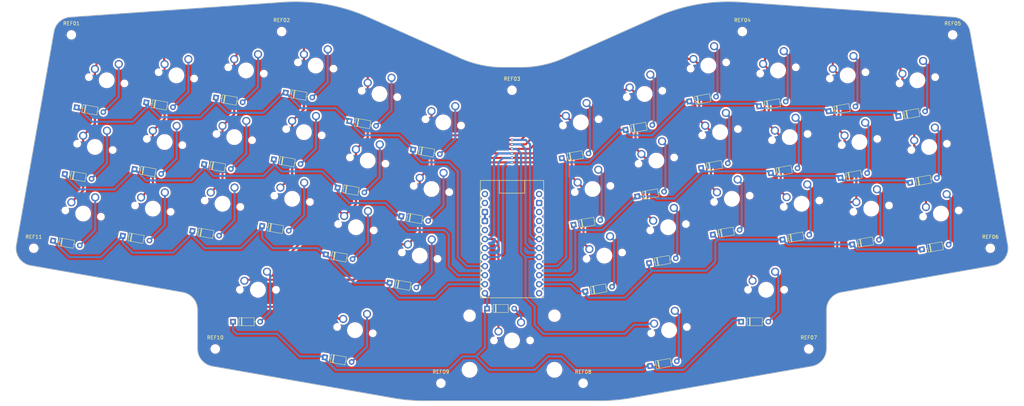
<source format=kicad_pcb>
(kicad_pcb (version 20221018) (generator pcbnew)
  (layers (0 "F.Cu" signal) (31 "B.Cu" signal) (34 "B.Paste" user) (35 "F.Paste" user) (36 "B.SilkS" user "B.Silkscreen") (37 "F.SilkS" user "F.Silkscreen") (38 "B.Mask" user) (39 "F.Mask" user) (44 "Edge.Cuts" user))
  (net 0 "")
  (net 1 "ROW3")
  (net 2 "Net-(D1-A)")
  (net 3 "Net-(D2-A)")
  (net 4 "Net-(D3-A)")
  (net 5 "Net-(D4-A)")
  (net 6 "Net-(D5-A)")
  (net 7 "Net-(D6-A)")
  (net 8 "ROW0")
  (net 9 "Net-(D7-A)")
  (net 10 "Net-(D8-A)")
  (net 11 "Net-(D9-A)")
  (net 12 "Net-(D10-A)")
  (net 13 "Net-(D11-A)")
  (net 14 "Net-(D12-A)")
  (net 15 "ROW4")
  (net 16 "Net-(D13-A)")
  (net 17 "Net-(D14-A)")
  (net 18 "Net-(D15-A)")
  (net 19 "Net-(D16-A)")
  (net 20 "Net-(D17-A)")
  (net 21 "Net-(D18-A)")
  (net 22 "ROW1")
  (net 23 "Net-(D19-A)")
  (net 24 "Net-(D20-A)")
  (net 25 "Net-(D21-A)")
  (net 26 "Net-(D22-A)")
  (net 27 "Net-(D23-A)")
  (net 28 "Net-(D24-A)")
  (net 29 "ROW5")
  (net 30 "Net-(D25-A)")
  (net 31 "Net-(D26-A)")
  (net 32 "Net-(D27-A)")
  (net 33 "Net-(D28-A)")
  (net 34 "Net-(D29-A)")
  (net 35 "Net-(D30-A)")
  (net 36 "ROW2")
  (net 37 "Net-(D31-A)")
  (net 38 "Net-(D32-A)")
  (net 39 "Net-(D33-A)")
  (net 40 "Net-(D34-A)")
  (net 41 "Net-(D35-A)")
  (net 42 "Net-(D36-A)")
  (net 43 "ROW6")
  (net 44 "Net-(D37-A)")
  (net 45 "Net-(D38-A)")
  (net 46 "Net-(D39-A)")
  (net 47 "Net-(D40-A)")
  (net 48 "Net-(D41-A)")
  (net 49 "COL0")
  (net 50 "COL1")
  (net 51 "COL2")
  (net 52 "COL3")
  (net 53 "COL4")
  (net 54 "COL5")
  (net 57 "GND")
  (net 62 "VCC")
  (footprint "MX_Solderable:MX-Solderable-1.5U" (layer "F.Cu") (at 251.163405 176.757094 10)
    (fp_text reference "MX40" hide)
    (fp_text value "MX")
  )
  (footprint "MX_Solderable:MX-Solderable-1U" (layer "F.Cu") (at 229.649969 137.02677 10)
    (fp_text reference "MX19" hide)
    (fp_text value "MX")
  )
  (footprint "Diode_THT:D_DO-35_SOD27_P7.62mm_Horizontal" (layer "F.Cu") (at 227.627147 165.866164 10)
    (fp_text reference "D31" hide)
    (fp_text value "1N4148" hide)
  )
  (footprint "MX_Solderable:MX-Solderable-1U" (layer "F.Cu") (at 327.587905 143.937515 10)
    (fp_text reference "MX36" hide)
    (fp_text value "MX")
  )
  (footprint "MX_Solderable:MX-Solderable-1U" (layer "F.Cu") (at 135.5725 165.382607)
    (fp_text reference "MX37" hide)
    (fp_text value "MX")
  )
  (footprint "MX_Solderable:MX-Solderable-1U" (layer "F.Cu") (at 187.678028 118.266182 -10)
    (fp_text reference "MX1" hide)
    (fp_text value "MX")
  )
  (footprint "MX_Solderable:MX-Solderable-1U" (layer "F.Cu") (at 169.74444 110.268037 -10)
    (fp_text reference "MX2" hide)
    (fp_text value "MX")
  )
  (footprint "Diode_THT:D_DO-35_SOD27_P7.62mm_Horizontal" (layer "F.Cu") (at 136.738368 147.4388 -10)
    (fp_text reference "D27" hide)
    (fp_text value "1N4148" hide)
  )
  (footprint "Diode_THT:D_DO-35_SOD27_P7.62mm_Horizontal" (layer "F.Cu") (at 157.979955 136.676357 -10)
    (fp_text reference "D14" hide)
    (fp_text value "1N4148" hide)
  )
  (footprint "Diode_THT:D_DO-35_SOD27_P7.62mm_Horizontal" (layer "F.Cu") (at 140.046366 128.678212 -10)
    (fp_text reference "D15" hide)
    (fp_text value "1N4148" hide)
  )
  (footprint "Diode_THT:D_DO-35_SOD27_P7.62mm_Horizontal" (layer "F.Cu") (at 260.186325 131.109287 10)
    (fp_text reference "D21" hide)
    (fp_text value "1N4148" hide)
  )
  (footprint "MX_Solderable:MX-Solderable-1U" (layer "F.Cu") (at 181.062033 155.787357 -10)
    (fp_text reference "MX25" hide)
    (fp_text value "MX")
  )
  (footprint "Diode_THT:D_DO-35_SOD27_P7.62mm_Horizontal" (layer "F.Cu") (at 271.4475 174.382607)
    (fp_text reference "D41" hide)
    (fp_text value "1N4148" hide)
  )
  (footprint "MX_Solderable:MX-Solderable-1U" (layer "F.Cu") (at 232.957967 155.787357 10)
    (fp_text reference "MX31" hide)
    (fp_text value "MX")
  )
  (footprint "MX_Solderable:MX-Solderable-1U" (layer "F.Cu") (at 112.635678 105.034191 -10)
    (fp_text reference "MX5" hide)
    (fp_text value "MX")
  )
  (footprint "MountingHole:MountingHole_2.2mm_M2" (layer "F.Cu") (at 290.4475 182.05026)
    (fp_text reference "REF07")
    (fp_text value "MountingHole_2.2mm_M2")
  )
  (footprint "Diode_THT:D_DO-35_SOD27_P7.62mm_Horizontal" (layer "F.Cu") (at 302.669497 152.634173 10)
    (fp_text reference "D35" hide)
    (fp_text value "1N4148" hide)
  )
  (footprint "Diode_THT:D_DO-35_SOD27_P7.62mm_Horizontal" (layer "F.Cu") (at 256.878327 112.348699 10)
    (fp_text reference "D9" hide)
    (fp_text value "1N4148" hide)
  )
  (footprint "MX_Solderable:MX-Solderable-1U" (layer "F.Cu") (at 281.796735 103.652042 10)
    (fp_text reference "MX10" hide)
    (fp_text value "MX")
  )
  (footprint "Diode_THT:D_DO-35_SOD27_P7.62mm_Horizontal" (layer "F.Cu") (at 238.944739 120.346844 10)
    (fp_text reference "D8" hide)
    (fp_text value "1N4148" hide)
  )
  (footprint "Diode_THT:D_DO-35_SOD27_P7.62mm_Horizontal" (layer "F.Cu") (at 245.832585 186.8359 10)
    (fp_text reference "D40" hide)
    (fp_text value "1N4148" hide)
  )
  (footprint "MX_Solderable:MX-Solderable-1U" (layer "F.Cu") (at 268.825144 139.791068 10)
    (fp_text reference "MX33" hide)
    (fp_text value "MX")
  )
  (footprint "PCM_marbastlib-xp-promicroish:ProMicro_USBup" (layer "F.Cu") (at 207.01 152.4)
    (fp_text reference "U1" hide)
    (fp_text value "ProMicro" hide)
  )
  (footprint "Diode_THT:D_DO-35_SOD27_P7.62mm_Horizontal" (layer "F.Cu") (at 318.949087 135.255734 10)
    (fp_text reference "D24" hide)
    (fp_text value "1N4148" hide)
  )
  (footprint "MX_Solderable:MX-Solderable-1U" (layer "F.Cu") (at 93.04809 106.41634 -10)
    (fp_text reference "MX6" hide)
    (fp_text value "MX")
  )
  (footprint "MX_Solderable:MX-Solderable-1U" (layer "F.Cu") (at 278.4475 165.382607)
    (fp_text reference "MX41" hide)
    (fp_text value "MX")
  )
  (footprint "Diode_THT:D_DO-35_SOD27_P7.62mm_Horizontal" (layer "F.Cu") (at 242.252737 139.107431 10)
    (fp_text reference "D20" hide)
    (fp_text value "1N4148" hide)
  )
  (footprint "MountingHole:MountingHole_2.2mm_M2" (layer "F.Cu") (at 83.123837 93.629227)
    (fp_text reference "REF01")
    (fp_text value "MountingHole_2.2mm_M2")
  )
  (footprint "Diode_THT:D_DO-35_SOD27_P7.62mm_Horizontal" (layer "F.Cu") (at 161.287952 117.915769 -10)
    (fp_text reference "D2" hide)
    (fp_text value "1N4148" hide)
  )
  (footprint "MountingHole:MountingHole_2.2mm_M2" (layer "F.Cu") (at 142.24 92.71)
    (fp_text reference "REF02")
    (fp_text value "MountingHole_2.2mm_M2")
  )
  (footprint "Diode_THT:D_DO-35_SOD27_P7.62mm_Horizontal" (layer "F.Cu") (at 97.563194 150.203098 -10)
    (fp_text reference "D29" hide)
    (fp_text value "1N4148" hide)
  )
  (footprint "Diode_THT:D_DO-35_SOD27_P7.62mm_Horizontal" (layer "F.Cu") (at 200.01 170.670107)
    (fp_text reference "D39" hide)
    (fp_text value "1N4148" hide)
  )
  (footprint "Diode_THT:D_DO-35_SOD27_P7.62mm_Horizontal" (layer "F.Cu") (at 322.257084 154.016322 10)
    (fp_text reference "D36" hide)
    (fp_text value "1N4148" hide)
  )
  (footprint "MX_Solderable:MX-Solderable-1U" (layer "F.Cu") (at 163.128445 147.789213 -10)
    (fp_text reference "MX26" hide)
    (fp_text value "MX")
  )
  (footprint "MX_Solderable:MX-Solderable-1U" (layer "F.Cu") (at 320.97191 106.41634 10)
    (fp_text reference "MX12" hide)
    (fp_text value "MX")
  )
  (footprint "Diode_THT:D_DO-35_SOD27_P7.62mm_Horizontal" (layer "F.Cu") (at 296.053502 115.112997 10)
    (fp_text reference "D11" hide)
    (fp_text value "1N4148" hide)
  )
  (footprint "MX_Solderable:MX-Solderable-1U" (layer "F.Cu") (at 109.32768 123.794779 -10)
    (fp_text reference "MX17" hide)
    (fp_text value "MX")
  )
  (footprint "MountingHole:MountingHole_2.2mm_M2" (layer "F.Cu") (at 207.01 109.22)
    (fp_text reference "REF03")
    (fp_text value "MountingHole_2.2mm_M2")
  )
  (footprint "MX_Solderable:MX-Solderable-1U" (layer "F.Cu") (at 148.502854 121.03048 -10)
    (fp_text reference "MX15" hide)
    (fp_text value "MX")
  )
  (footprint "MX_Solderable:MX-Solderable-1U" (layer "F.Cu") (at 285.104733 122.412629 10)
    (fp_text reference "MX22" hide)
    (fp_text value "MX")
  )
  (footprint "MX_Solderable:MX-Solderable-1U" (layer "F.Cu") (at 250.891555 147.789213 10)
    (fp_text reference "MX32" hide)
    (fp_text value "MX")
  )
  (footprint "Diode_THT:D_DO-35_SOD27_P7.62mm_Horizontal" (layer "F.Cu") (at 117.150781 148.820949 -10)
    (fp_text reference "D28" hide)
    (fp_text value "1N4148" hide)
  )
  (footprint "Diode_THT:D_DO-35_SOD27_P7.62mm_Horizontal" (layer "F.Cu") (at 279.773912 132.491436 10)
    (fp_text reference "D22" hide)
    (fp_text value "1N4148" hide)
  )
  (footprint "Diode_THT:D_DO-35_SOD27_P7.62mm_Horizontal" (layer "F.Cu") (at 143.354364 109.917625 -10)
    (fp_text reference "D3" hide)
    (fp_text value "1N4148" hide)
  )
  (footprint "Diode_THT:D_DO-35_SOD27_P7.62mm_Horizontal" (layer "F.Cu") (at 315.641089 116.495146 10)
    (fp_text reference "D12" hide)
    (fp_text value "1N4148" hide)
  )
  (footprint "MountingHole:MountingHole_2.2mm_M2" (layer "F.Cu") (at 187.01 191.705)
    (fp_text reference "REF09")
    (fp_text value "MountingHole_2.2mm_M2")
  )
  (footprint "Diode_THT:D_DO-35_SOD27_P7.62mm_Horizontal" (layer "F.Cu") (at 154.671957 155.436945 -10)
    (fp_text reference "D26" hide)
    (fp_text value "1N4148" hide)
  )
  (footprint "MountingHole:MountingHole_2.2mm_M2" (layer "F.Cu") (at 123.5725 182.05026)
    (fp_text reference "REF10")
    (fp_text value "MountingHole_2.2mm_M2")
  )
  (footprint "Diode_THT:D_DO-35_SOD27_P7.62mm_Horizontal" (layer "F.Cu") (at 172.605545 163.435089 -10)
    (fp_text reference "D25" hide)
    (fp_text value "1N4148" hide)
  )
  (footprint "MX_Solderable:MX-Solderable-2.25U" (layer "F.Cu") (at 207.01 179.670107)
    (fp_text reference "MX39" hide)
    (fp_text value "MX")
  )
  (footprint "MX_Solderable:MX-Solderable-1U" (layer "F.Cu") (at 89.740093 125.176928 -10)
    (fp_text reference "MX18" hide)
    (fp_text value "MX")
  )
  (footprint "Diode_THT:D_DO-35_SOD27_P7.62mm_Horizontal" (layer "F.Cu") (at 263.494323 149.869874 10)
    (fp_text reference "D33" hide)
    (fp_text value "1N4148" hide)
  )
  (footprint "MX_Solderable:MX-Solderable-1U" (layer "F.Cu") (at 247.583558 129.028625 10)
    (fp_text reference "MX20" hide)
    (fp_text value "MX")
  )
  (footprint "MX_Solderable:MX-Solderable-1U" (layer "F.Cu") (at 166.436442 129.028625 -10)
    (fp_text reference "MX14" hide)
    (fp_text value "MX")
  )
  (footprint "MX_Solderable:MX-Solderable-1U" (layer "F.Cu") (at 184.370031 137.02677 -10)
    (fp_text reference "MX13" hide)
    (fp_text value "MX")
  )
  (footprint "MX_Solderable:MX-Solderable-1U" (layer "F.Cu") (at 265.517146 121.03048 10)
    (fp_text reference "MX21" hide)
    (fp_text value "MX")
  )
  (footprint "Diode_THT:D_DO-35_SOD27_P7.62mm_Horizontal" (layer "F.Cu") (at 104.17919 112.681923 -10)
    (fp_text reference "D5" hide)
    (fp_text value "1N4148" hide)
  )
  (footprint "Diode_THT:D_DO-35_SOD27_P7.62mm_Horizontal" (layer "F.Cu") (at 81.283605 132.82466 -10)
    (fp_text reference "D18" hide)
    (fp_text value "1N4148" hide)
  )
  (footprint "MX_Solderable:MX-Solderable-1U" (layer "F.Cu") (at 86.432095 143.937515 -10)
    (fp_text reference "MX30" hide)
    (fp_text value "MX")
  )
  (footprint "MX_Solderable:MX-Solderable-1U" (layer "F.Cu") (at 262.209148 102.269892 10)
    (fp_text reference "MX9" hide)
    (fp_text value "MX")
  )
  (footprint "Diode_THT:D_DO-35_SOD27_P7.62mm_Horizontal" (layer "F.Cu") (at 120.458779 130.060361 -10)
    (fp_text reference "D16" hide)
    (fp_text value "1N4148" hide)
  )
  (footprint "MountingHole:MountingHole_2.2mm_M2" (layer "F.Cu") (at 271.78 92.71)
    (fp_text reference "REF04")
    (fp_text value "MountingHole_2.2mm_M2")
  )
  (footprint "Diode_THT:D_DO-35_SOD27_P7.62mm_Horizontal" (layer "F.Cu") (at 224.319149 147.105576 10)
    (fp_text reference "D19" hide)
    (fp_text value "1N4148" hide)
  )
  (footprint "MX_Solderable:MX-Solderable-1U" (layer "F.Cu") (at 308.000318 142.555366 10)
    (fp_text reference "MX35" hide)
    (fp_text value "MX")
  )
  (footprint "Diode_THT:D_DO-35_SOD27_P7.62mm_Horizontal" (layer "F.Cu") (at 84.591603 114.064072 -10)
    (fp_text reference "D6" hide)
    (fp_text value "1N4148" hide)
  )
  (footprint "Diode_THT:D_DO-35_SOD27_P7.62mm_Horizontal" (layer "F.Cu") (at 245.560735 157.868019 10)
    (fp_text reference "D32" hide)
    (fp_text value "1N4148" hide)
  )
  (footprint "MountingHole:MountingHole_2.2mm_M2" (layer "F.Cu") (at 341.489376 153.706323)
    (fp_text reference "REF06")
    (fp_text value "MountingHole_2.2mm_M2")
  )
  (footprint "Diode_THT:D_DO-35_SOD27_P7.62mm_Horizontal" (layer "F.Cu") (at 123.766777 111.299774 -10)
    (fp_text reference "D4" hide)
    (fp_text value "1N4148" hide)
  )
  (footprint "MX_Solderable:MX-Solderable-1U" (layer "F.Cu") (at 324.279907 125.176928 10)
    (fp_text reference "MX24" hide)
    (fp_text value "MX")
  )
  (footprint "Diode_THT:D_DO-35_SOD27_P7.62mm_Horizontal" (layer "F.Cu") (at 100.871192 131.442511 -10)
    (fp_text reference "D17" hide)
    (fp_text value "1N4148" hide)
  )
  (footprint "Diode_THT:D_DO-35_SOD27_P7.62mm_Horizontal" (layer "F.Cu") (at 221.011151 128.344988 10)
    (fp_text reference "D7" hide)
    (fp_text value "1N4148" hide)
  )
  (footprint "MX_Solderable:MX-Solderable-1U" (layer "F.Cu") (at 132.223265 103.652042 -10)
    (fp_text reference "MX4" hide)
    (fp_text value "MX")
  )
  (footprint "Diode_THT:D_DO-35_SOD27_P7.62mm_Horizontal" (layer "F.Cu") (at 128.5725 174.382607)
    (fp_text reference "D37" hide)
    (fp_text value "1N4148" hide)
  )
  (footprint "Diode_THT:D_DO-35_SOD27_P7.62mm_Horizontal" (layer "F.Cu") (at 154.400107 184.404826 -10)
    (fp_text reference "D38" hide)
    (fp_text value "1N4148" hide)
  )
  (footprint "Diode_THT:D_DO-35_SOD27_P7.62mm_Horizontal" (layer "F.Cu") (at 276.465915 113.730848 10)
    (fp_text reference "D10" hide)
    (fp_text value "1N4148" hide)
  )
  (footprint "MX_Solderable:MX-Solderable-1U" (layer "F.Cu") (at 162.856595 176.757094 -10)
    (fp_text reference "MX38" hide)
    (fp_text value "MX")
  )
  (footprint "Diode_THT:D_DO-35_SOD27_P7.62mm_Horizontal" (layer "F.Cu") (at 299.3615 133.873585 10)
    (fp_text reference "D23" hide)
    (fp_text value "1N4148" hide)
  )
  (footprint "MX_Solderable:MX-Solderable-1U" (layer "F.Cu") (at 304.69232 123.794778 10)
    (fp_text reference "MX23" hide)
    (fp_text value "MX")
  )
  (footprint "MountingHole:MountingHole_2.2mm_M2" (layer "F.Cu") (at 227.01 191.705)
    (fp_text reference "REF08")
    (fp_text value "MountingHole_2.2mm_M2")
  )
  (footprint "MX_Solderable:MX-Solderable-1U" (layer "F.Cu") (at 244.27556 110.268037 10)
    (fp_text reference "MX8" hide)
    (fp_text value "MX")
  )
  (footprint "Diode_THT:D_DO-35_SOD27_P7.62mm_Horizontal" (layer "F.Cu") (at 175.913543 144.674502 -10)
    (fp_text reference "D13" hide)
    (fp_text value "1N4148" hide)
  )
  (footprint "MX_Solderable:MX-Solderable-1U" (layer "F.Cu") (at 288.412731 141.173217 10)
    (fp_text reference "MX34" hide)
    (fp_text value "MX")
  )
  (footprint "Diode_THT:D_DO-35_SOD27_P7.62mm_Horizontal" (layer "F.Cu") (at 283.08191 151.252024 10)
    (fp_text reference "D34" hide)
    (fp_text value "1N4148" hide)
  )
  (footprint "MX_Solderable:MX-Solderable-1U" (layer "F.Cu") (at 125.607269 141.173217 -10)
    (fp_text reference "MX28" hide)
    (fp_text value "MX")
  )
  (footprint "MX_Solderable:MX-Solderable-1U" (layer "F.Cu") (at 106.019682 142.555366 -10)
    (fp_text reference "MX29" hide)
    (fp_text value "MX")
  )
  (footprint "MountingHole:MountingHole_2.2mm_M2" (layer "F.Cu") (at 72.530624 153.706323)
    (fp_text reference "REF11")
    (fp_text value "MountingHole_2.2mm_M2")
  )
  (footprint "MX_Solderable:MX-Solderable-1U" (layer "F.Cu") (at 128.915267 122.412629 -10)
    (fp_text reference "MX16" hide)
    (fp_text value "MX")
  )
  (footprint "MX_Solderable:MX-Solderable-1U" (layer "F.Cu") (at 226.341972 118.266182 10)
    (fp_text reference "MX7" hide)
    (fp_text value "MX")
  )
  (footprint "Diode_THT:D_DO-35_SOD27_P7.62mm_Horizontal" (layer "F.Cu") (at 77.975607 151.585247 -10)
    (fp_text reference "D30" hide)
    (fp_text value "1N4148" hide)
  )
  (footprint "MX_Solderable:MX-Solderable-1U" (layer "F.Cu") (at 301.384322 105.034191 10)
    (fp_text reference "MX11" hide)
    (fp_text value "MX")
  )
  (footprint "MountingHole:MountingHole_2.2mm_M2" (layer "F.Cu") (at 330.896163 93.629227)
    (fp_text reference "REF05")
    (fp_text value "MountingHole_2.2mm_M2")
  )
  (footprint "MX_Solderable:MX-Solderable-1U" (layer "F.Cu") (at 145.194856 139.791068 -10)
    (fp_text reference "MX27" hide)
    (fp_text value "MX")
  )
  (footprint "MX_Solderable:MX-Solderable-1U" (layer "F.Cu") (at 151.810852 102.269893 -10)
    (fp_text reference "MX3" hide)
    (fp_text value "MX")
  )
  (footprint "Diode_THT:D_DO-35_SOD27_P7.62mm_Horizontal" (layer "F.Cu") (at 179.221541 125.913914 -10)
    (fp_text reference "D1" hide)
    (fp_text value "1N4148" hide)
  )
  (gr_arc (start 182.264243 196.670107) (mid 177.906456 196.479842) (end 173.581835 195.910495) (stroke (width 0.2)) (layer "Edge.Cuts"))
  (gr_arc (start 142.651201 84.381502) (mid 154.852985 85.0171) (end 166.536298 88.593089) (stroke (width 0.2)) (layer "Edge.Cuts"))
  (gr_line (start 295.4475 171.062486) (end 295.4475 182.015367) (stroke (width 0.2)) (layer "Edge.Cuts"))
  (gr_line (start 78.199798 92.726093) (end 67.606585 152.803189) (stroke (width 0.2)) (layer "Edge.Cuts"))
  (gr_arc (start 346.413415 152.803189) (mid 345.585125 156.539292) (end 342.357617 158.595468) (stroke (width 0.2)) (layer "Edge.Cuts"))
  (gr_line (start 166.536298 88.593089) (end 192.434915 100.143532) (stroke (width 0.2)) (layer "Edge.Cuts"))
  (gr_arc (start 247.483702 88.593089) (mid 259.167015 85.0171) (end 271.368799 84.381502) (stroke (width 0.2)) (layer "Edge.Cuts"))
  (gr_arc (start 295.4475 171.062486) (mid 296.617286 167.84856) (end 299.579259 166.138447) (stroke (width 0.2)) (layer "Edge.Cuts"))
  (gr_arc (start 71.662383 158.595468) (mid 68.434863 156.539312) (end 67.606585 152.803189) (stroke (width 0.2)) (layer "Edge.Cuts"))
  (gr_line (start 118.5725 171.062486) (end 118.5725 182.015367) (stroke (width 0.2)) (layer "Edge.Cuts"))
  (gr_line (start 204.654348 102.744892) (end 209.365652 102.744892) (stroke (width 0.2)) (layer "Edge.Cuts"))
  (gr_arc (start 78.199798 92.726093) (mid 79.777009 89.879668) (end 82.771899 88.606735) (stroke (width 0.2)) (layer "Edge.Cuts"))
  (gr_line (start 71.662383 158.595468) (end 114.440741 166.138447) (stroke (width 0.2)) (layer "Edge.Cuts"))
  (gr_line (start 331.248101 88.606735) (end 271.368799 84.381502) (stroke (width 0.2)) (layer "Edge.Cuts"))
  (gr_line (start 335.820202 92.726093) (end 346.413415 152.803189) (stroke (width 0.2)) (layer "Edge.Cuts"))
  (gr_line (start 291.315741 186.939405) (end 240.438165 195.910495) (stroke (width 0.2)) (layer "Edge.Cuts"))
  (gr_line (start 182.264243 196.670107) (end 231.755757 196.670107) (stroke (width 0.2)) (layer "Edge.Cuts"))
  (gr_arc (start 240.438165 195.910495) (mid 236.113544 196.479838) (end 231.755757 196.670107) (stroke (width 0.2)) (layer "Edge.Cuts"))
  (gr_line (start 122.704259 186.939405) (end 173.581835 195.910495) (stroke (width 0.2)) (layer "Edge.Cuts"))
  (gr_line (start 82.771899 88.606735) (end 142.651201 84.381502) (stroke (width 0.2)) (layer "Edge.Cuts"))
  (gr_arc (start 295.4475 182.015367) (mid 294.277737 185.229327) (end 291.315741 186.939405) (stroke (width 0.2)) (layer "Edge.Cuts"))
  (gr_arc (start 122.704259 186.939405) (mid 119.742278 185.229305) (end 118.5725 182.015367) (stroke (width 0.2)) (layer "Edge.Cuts"))
  (gr_arc (start 114.440741 166.138447) (mid 117.402722 167.848548) (end 118.5725 171.062486) (stroke (width 0.2)) (layer "Edge.Cuts"))
  (gr_arc (start 221.585085 100.143532) (mid 215.612284 102.087347) (end 209.365652 102.744892) (stroke (width 0.2)) (layer "Edge.Cuts"))
  (gr_line (start 247.483702 88.593089) (end 221.585085 100.143532) (stroke (width 0.2)) (layer "Edge.Cuts"))
  (gr_line (start 342.357617 158.595468) (end 299.579259 166.138447) (stroke (width 0.2)) (layer "Edge.Cuts"))
  (gr_arc (start 331.248101 88.606735) (mid 334.243003 89.879658) (end 335.820202 92.726093) (stroke (width 0.2)) (layer "Edge.Cuts"))
  (gr_arc (start 204.654348 102.744892) (mid 198.407717 102.087346) (end 192.434915 100.143532) (stroke (width 0.2)) (layer "Edge.Cuts"))
  (segment (start 237.793156 120.346844) (end 238.944739 120.346844) (width 0.6) (layer "B.Cu") (net 1))
  (segment (start 214.63 158.75) (end 219.71 158.75) (width 0.6) (layer "B.Cu") (net 1))
  (segment (start 314.96 115.57) (end 296.510505 115.57) (width 0.6) (layer "B.Cu") (net 1))
  (segment (start 295.452997 115.112997) (end 294.64 114.3) (width 0.6) (layer "B.Cu") (net 1))
  (segment (start 296.510505 115.57) (end 296.053502 115.112997) (width 0.6) (layer "B.Cu") (net 1))
  (segment (start 255.951301 112.348699) (end 256.878327 112.348699) (width 0.6) (layer "B.Cu") (net 1))
  (segment (start 277.035067 114.3) (end 276.465915 113.730848) (width 0.6) (layer "B.Cu") (net 1))
  (segment (start 275.765067 113.03) (end 257.559628 113.03) (width 0.6) (layer "B.Cu") (net 1))
  (segment (start 296.053502 115.112997) (end 295.452997 115.112997) (width 0.6) (layer "B.Cu") (net 1))
  (segment (start 221.054988 128.344988) (end 222.25 129.54) (width 0.6) (layer "B.Cu") (net 1))
  (segment (start 246.38 121.92) (end 255.951301 112.348699) (width 0.6) (layer "B.Cu") (net 1))
  (segment (start 240.03 121.92) (end 246.38 121.92) (width 0.6) (layer "B.Cu") (net 1))
  (segment (start 222.25 156.21) (end 222.25 129.54) (width 0.6) (layer "B.Cu") (net 1))
  (segment (start 257.559628 113.03) (end 256.878327 112.348699) (width 0.6) (layer "B.Cu") (net 1))
  (segment (start 315.641089 116.251089) (end 314.96 115.57) (width 0.6) (layer "B.Cu") (net 1))
  (segment (start 294.64 114.3) (end 277.035067 114.3) (width 0.6) (layer "B.Cu") (net 1))
  (segment (start 276.465915 113.730848) (end 275.765067 113.03) (width 0.6) (layer "B.Cu") (net 1))
  (segment (start 238.944739 120.834739) (end 240.03 121.92) (width 0.6) (layer "B.Cu") (net 1))
  (segment (start 228.6 129.54) (end 237.793156 120.346844) (width 0.6) (layer "B.Cu") (net 1))
  (segment (start 222.25 129.54) (end 228.6 129.54) (width 0.6) (layer "B.Cu") (net 1))
  (segment (start 219.71 158.75) (end 222.25 156.21) (width 0.6) (layer "B.Cu") (net 1))
  (segment (start 186.725776 127.237113) (end 191.061572 122.901317) (width 0.6) (layer "B.Cu") (net 2))
  (segment (start 191.061572 122.901317) (end 191.061572 113.704425) (width 0.6) (layer "B.Cu") (net 2))
  (segment (start 168.792187 119.238968) (end 173.127984 114.903171) (width 0.6) (layer "B.Cu") (net 3))
  (segment (start 173.127984 114.903171) (end 173.127984 105.70628) (width 0.6) (layer "B.Cu") (net 3))
  (segment (start 150.858599 111.240824) (end 155.194396 106.905027) (width 0.6) (layer "B.Cu") (net 4))
  (segment (start 155.194396 106.905027) (end 155.194396 97.708136) (width 0.6) (layer "B.Cu") (net 4))
  (segment (start 131.271012 112.622973) (end 135.606809 108.287176) (width 0.6) (layer "B.Cu") (net 5))
  (segment (start 135.606809 108.287176) (end 135.606809 99.090285) (width 0.6) (layer "B.Cu") (net 5))
  (segment (start 116.019222 100.472434) (end 116.019222 109.669325) (width 0.6) (layer "B.Cu") (net 6))
  (segment (start 116.019222 109.669325) (end 111.683425 114.005122) (width 0.6) (layer "B.Cu") (net 6))
  (segment (start 96.431634 101.854583) (end 96.431634 111.051475) (width 0.6) (layer "B.Cu") (net 7))
  (segment (start 96.431634 111.051475) (end 92.095838 115.387271) (width 0.6) (layer "B.Cu") (net 7))
  (segment (start 175.26 121.92) (end 165.1 121.92) (width 0.6) (layer "B.Cu") (net 8))
  (segment (start 119.38 116.84) (end 107.95 116.84) (width 0.6) (layer "B.Cu") (net 8))
  (segment (start 142.812375 109.917625) (end 143.354364 109.917625) (width 0.6) (layer "B.Cu") (net 8))
  (segment (start 123.766777 111.299774) (end 123.766777 112.336777) (width 0.6) (layer "B.Cu") (net 8))
  (segment (start 147.736739 114.3) (end 157.48 114.3) (width 0.6) (layer "B.Cu") (net 8))
  (segment (start 104.17919 112.681923) (end 104.17919 114.26081) (width 0.6) (layer "B.Cu") (net 8))
  (segment (start 107.95 116.84) (end 104.17919 113.06919) (width 0.6) (layer "B.Cu") (net 8))
  (segment (start 123.766777 112.336777) (end 123.766777 112.453223) (width 0.6) (layer "B.Cu") (net 8))
  (segment (start 137.16 115.57) (end 142.812375 109.917625) (width 0.6) (layer "B.Cu") (net 8))
  (segment (start 127 115.57) (end 137.16 115.57) (width 0.6) (layer "B.Cu") (net 8))
  (segment (start 165.1 121.92) (end 161.287952 118.107952) (width 0.6) (layer "B.Cu") (net 8))
  (segment (start 179.221541 126.848459) (end 179.221541 125.913914) (width 0.6) (layer "B.Cu") (net 8))
  (segment (start 147.736739 114.3) (end 143.354364 109.917625) (width 0.6) (layer "B.Cu") (net 8))
  (segment (start 123.766777 112.336777) (end 127 115.57) (width 0.6) (layer "B.Cu") (net 8))
  (segment (start 100.33 118.11) (end 88.9 118.11) (width 0.6) (layer "B.Cu") (net 8))
  (segment (start 191.77 156.21) (end 191.77 132.08) (width 0.6) (layer "B.Cu") (net 8))
  (segment (start 104.17919 114.26081) (end 100.33 118.11) (width 0.6) (layer "B.Cu") (net 8))
  (segment (start 179.07 127) (end 179.221541 126.848459) (width 0.6) (layer "B.Cu") (net 8))
  (segment (start 123.766777 112.453223) (end 119.38 116.84) (width 0.6) (layer "B.Cu") (net 8))
  (segment (start 194.31 158.75) (end 191.77 156.21) (width 0.6) (layer "B.Cu") (net 8))
  (segment (start 88.9 118.11) (end 84.854072 114.064072) (width 0.6) (layer "B.Cu") (net 8))
  (segment (start 191.77 132.08) (end 189.23 129.54) (width 0.6) (layer "B.Cu") (net 8))
  (segment (start 199.39 158.75) (end 194.31 158.75) (width 0.6) (layer "B.Cu") (net 8))
  (segment (start 161.095769 117.915769) (end 157.48 114.3) (width 0.6) (layer "B.Cu") (net 8))
  (segment (start 181.61 129.54) (end 179.07 127) (width 0.6) (layer "B.Cu") (net 8))
  (segment (start 189.23 129.54) (end 181.61 129.54) (width 0.6) (layer "B.Cu") (net 8))
  (segment (start 179.221541 125.881541) (end 175.26 121.92) (width 0.6) (layer "B.Cu") (net 8))
  (segment (start 227.961251 112.822292) (end 228.891972 113.753013) (width 0.6) (layer "B.Cu") (net 9))
  (segment (start 228.891972 126.645203) (end 228.515386 127.021789) (width 0.6) (layer "B.Cu") (net 9))
  (segment (start 228.891972 113.753013) (end 228.891972 126.645203) (width 0.6) (layer "B.Cu") (net 9))
  (segment (start 245.894839 104.824147) (end 246.82556 105.754868) (width 0.6) (layer "B.Cu") (net 10))
  (segment (start 246.82556 118.647059) (end 246.448974 119.023645) (width 0.6) (layer "B.Cu") (net 10))
  (segment (start 246.82556 105.754868) (end 246.82556 118.647059) (width 0.6) (layer "B.Cu") (net 10))
  (segment (start 264.759148 97.756723) (end 264.759148 110.648914) (width 0.6) (layer "B.Cu") (net 11))
  (segment (start 263.828427 96.826002) (end 264.759148 97.756723) (width 0.6) (layer "B.Cu") (net 11))
  (segment (start 264.759148 110.648914) (end 264.382562 111.0255) (width 0.6) (layer "B.Cu") (net 11))
  (segment (start 284.532279 99.324417) (end 284.532279 111.84552) (width 0.6) (layer "B.Cu") (net 12))
  (segment (start 283.416014 98.208152) (end 284.532279 99.324417) (width 0.6) (layer "B.Cu") (net 12))
  (segment (start 284.532279 111.84552) (end 283.97015 112.407649) (width 0.6) (layer "B.Cu") (net 12))
  (segment (start 304.119866 100.706566) (end 304.119866 113.227669) (width 0.6) (layer "B.Cu") (net 13))
  (segment (start 304.119866 113.227669) (end 303.557737 113.789798) (width 0.6) (layer "B.Cu") (net 13))
  (segment (start 303.003601 99.590301) (end 304.119866 100.706566) (width 0.6) (layer "B.Cu") (net 13))
  (segment (start 323.707453 102.088714) (end 322.591189 100.97245) (width 0.6) (layer "B.Cu") (net 14))
  (segment (start 323.707453 114.609818) (end 323.707453 102.088714) (width 0.6) (layer "B.Cu") (net 14))
  (segment (start 323.145324 115.171947) (end 323.707453 114.609818) (width 0.6) (layer "B.Cu") (net 14))
  (segment (start 298.973585 133.873585) (end 298.45 133.35) (width 0.6) (layer "B.Cu") (net 15))
  (segment (start 317.5 134.62) (end 300.107915 134.62) (width 0.6) (layer "B.Cu") (net 15))
  (segment (start 279.4 132.08) (end 260.186325 132.08) (width 0.6) (layer "B.Cu") (net 15))
  (segment (start 247.057431 139.107431) (end 247.65 139.7) (width 0.6) (layer "B.Cu") (net 15))
  (segment (start 224.79 160.02) (end 224.79 148.59) (width 0.6) (layer "B.Cu") (net 15))
  (segment (start 280.632476 133.35) (end 279.773912 132.491436) (width 0.6) (layer "B.Cu") (net 15))
  (segment (start 242.252737 139.107431) (end 247.057431 139.107431) (width 0.6) (layer "B.Cu") (net 15))
  (segment (start 252.73 139.7) (end 260.186325 132.243675) (width 0.6) (layer "B.Cu") (net 15))
  (segment (start 318.135734 135.255734) (end 317.5 134.62) (width 0.6) (layer "B.Cu") (net 15))
  (segment (start 298.45 133.35) (end 280.632476 133.35) (width 0.6) (layer "B.Cu") (net 15))
  (segment (start 224.79 148.59) (end 232.41 148.59) (width 0.6) (layer "B.Cu") (net 15))
  (segment (start 247.65 139.7) (end 252.73 139.7) (width 0.6) (layer "B.Cu") (net 15))
  (segment (start 318.949087 135.255734) (end 318.135734 135.255734) (width 0.6) (layer "B.Cu") (net 15))
  (segment (start 260.186325 132.08) (end 260.186325 131.109287) (width 0.6) (layer "B.Cu") (net 15))
  (segment (start 214.63 161.29) (end 223.52 161.29) (width 0.6) (layer "B.Cu") (net 15))
  (segment (start 232.41 148.59) (end 241.892569 139.107431) (width 0.6) (layer "B.Cu") (net 15))
  (segment (start 300.107915 134.62) (end 299.3615 133.873585) (width 0.6) (layer "B.Cu") (net 15))
  (segment (start 224.319149 148.119149) (end 224.79 148.59) (width 0.6) (layer "B.Cu") (net 15))
  (segment (start 260.186325 132.243675) (end 260.186325 132.08) (width 0.6) (layer "B.Cu") (net 15))
  (segment (start 224.319149 147.105576) (end 224.319149 148.119149) (width 0.6) (layer "B.Cu") (net 15))
  (segment (start 223.52 161.29) (end 224.79 160.02) (width 0.6) (layer "B.Cu") (net 15))
  (segment (start 187.753575 141.661904) (end 187.753575 132.465013) (width 0.6) (layer "B.Cu") (net 16))
  (segment (start 183.417778 145.997701) (end 187.753575 141.661904) (width 0.6) (layer "B.Cu") (net 16))
  (segment (start 165.48419 137.999556) (end 169.819986 133.66376) (width 0.6) (layer "B.Cu") (net 17))
  (segment (start 169.819986 133.66376) (end 169.819986 124.466868) (width 0.6) (layer "B.Cu") (net 17))
  (segment (start 147.550601 130.001411) (end 151.886398 125.665614) (width 0.6) (layer "B.Cu") (net 18))
  (segment (start 151.886398 125.665614) (end 151.886398 116.468723) (width 0.6) (layer "B.Cu") (net 18))
  (segment (start 132.298811 127.047763) (end 132.298811 117.850872) (width 0.6) (layer "B.Cu") (net 19))
  (segment (start 127.963014 131.38356) (end 132.298811 127.047763) (width 0.6) (layer "B.Cu") (net 19))
  (segment (start 112.711224 119.233022) (end 112.711224 128.429913) (width 0.6) (layer "B.Cu") (net 20))
  (segment (start 112.711224 128.429913) (end 108.375427 132.76571) (width 0.6) (layer "B.Cu") (net 20))
  (segment (start 93.123637 120.615171) (end 93.123637 129.812062) (width 0.6) (layer "B.Cu") (net 21))
  (segment (start 93.123637 129.812062) (end 88.78784 134.147859) (width 0.6) (layer "B.Cu") (net 21))
  (segment (start 120.458779 131.001221) (end 116.84 134.62) (width 0.6) (layer "B.Cu") (net 22))
  (segment (start 153.67 132.08) (end 142.24 132.08) (width 0.6) (layer "B.Cu") (net 22))
  (segment (start 175.913543 144.674502) (end 175.154502 144.674502) (width 0.6) (layer "B.Cu") (net 22))
  (segment (start 157.48 136.176402) (end 157.48 135.89) (width 0.6) (layer "B.Cu") (net 22))
  (segment (start 191.77 161.29) (end 189.23 158.75) (width 0.6) (layer "B.Cu") (net 22))
  (segment (start 95.25 137.16) (end 85.09 137.16) (width 0.6) (layer "B.Cu") (net 22))
  (segment (start 175.154502 144.674502) (end 171.45 140.97) (width 0.6) (layer "B.Cu") (net 22))
  (segment (start 140.046366 128.678212) (end 140.046366 129.886366) (width 0.6) (layer "B.Cu") (net 22))
  (segment (start 140.046366 129.886366) (end 140.046366 130.463634) (width 0.6) (layer "B.Cu") (net 22))
  (segment (start 161.29 140.97) (end 157.979955 137.659955) (width 0.6) (layer "B.Cu") (net 22))
  (segment (start 199.39 161.29) (end 191.77 161.29) (width 0.6) (layer "B.Cu") (net 22))
  (segment (start 175.913543 146.703543) (end 175.913543 144.674502) (width 0.6) (layer "B.Cu") (net 22))
  (segment (start 171.45 140.97) (end 161.29 140.97) (width 0.6) (layer "B.Cu") (net 22))
  (segment (start 85.09 137.16) (end 81.283605 133.353605) (width 0.6) (layer "B.Cu") (net 22))
  (segment (start 116.84 134.62) (end 104.14 134.62) (width 0.6) (layer "B.Cu") (net 22))
  (segment (start 157.979955 136.676357) (end 157.48 136.176402) (width 0.6) (layer "B.Cu") (net 22))
  (segment (start 142.24 132.08) (end 140.046366 129.886366) (width 0.6) (layer "B.Cu") (net 22))
  (segment (start 123.19 133.35) (end 120.458779 130.618779) (width 0.6) (layer "B.Cu") (net 22))
  (segment (start 104.14 134.62) (end 100.962511 131.442511) (width 0.6) (layer "B.Cu") (net 22))
  (segment (start 157.979955 137.659955) (end 157.979955 136.676357) (width 0.6) (layer "B.Cu") (net 22))
  (segment (start 81.283605 133.353605) (end 81.283605 132.82466) (width 0.6) (layer "B.Cu") (net 22))
  (segment (start 189.23 149.86) (end 187.96 148.59) (width 0.6) (layer "B.Cu") (net 22))
  (segment (start 140.046366 130.463634) (end 137.16 133.35) (width 0.6) (layer "B.Cu") (net 22))
  (segment (start 100.871192 131.538808) (end 95.25 137.16) (width 0.6) (layer "B.Cu") (net 22))
  (segment (start 157.48 135.89) (end 153.67 132.08) (width 0.6) (layer "B.Cu") (net 22))
  (segment (start 120.458779 130.060361) (end 120.458779 131.001221) (width 0.6) (layer "B.Cu") (net 22))
  (segment (start 137.16 133.35) (end 123.19 133.35) (width 0.6) (layer "B.Cu") (net 22))
  (segment (start 177.8 148.59) (end 175.913543 146.703543) (width 0.6) (layer "B.Cu") (net 22))
  (segment (start 120.458779 130.618779) (end 120.458779 130.060361) (width 0.6) (layer "B.Cu") (net 22))
  (segment (start 189.23 158.75) (end 189.23 149.86) (width 0.6) (layer "B.Cu") (net 22))
  (segment (start 187.96 148.59) (end 177.8 148.59) (width 0.6) (layer "B.Cu") (net 22))
  (segment (start 232.199969 145.405792) (end 231.823384 145.782377) (width 0.6) (layer "B.Cu") (net 23))
  (segment (start 232.199969 132.513601) (end 232.199969 145.405792) (width 0.6) (layer "B.Cu") (net 23))
  (segment (start 231.269248 131.58288) (end 232.199969 132.513601) (width 0.6) (layer "B.Cu") (net 23))
  (segment (start 250.133558 124.515456) (end 250.133558 137.407646) (width 0.6) (layer "B.Cu") (net 24))
  (segment (start 250.133558 137.407646) (end 249.756972 137.784232) (width 0.6) (layer "B.Cu") (net 24))
  (segment (start 249.202837 123.584735) (end 250.133558 124.515456) (width 0.6) (layer "B.Cu") (net 24))
  (segment (start 267.136425 115.58659) (end 268.067146 116.517311) (width 0.6) (layer "B.Cu") (net 25))
  (segment (start 268.067146 116.517311) (end 268.067146 129.409502) (width 0.6) (layer "B.Cu") (net 25))
  (segment (start 268.067146 129.409502) (end 267.69056 129.786088) (width 0.6) (layer "B.Cu") (net 25))
  (segment (start 286.724012 116.968739) (end 287.654733 117.89946) (width 0.6) (layer "B.Cu") (net 26))
  (segment (start 287.654733 130.791651) (end 287.278147 131.168237) (width 0.6) (layer "B.Cu") (net 26))
  (segment (start 287.654733 117.89946) (end 287.654733 130.791651) (width 0.6) (layer "B.Cu") (net 26))
  (segment (start 306.311599 118.350888) (end 307.24232 119.281609) (width 0.6) (layer "B.Cu") (net 27))
  (segment (start 307.24232 119.281609) (end 307.24232 132.173801) (width 0.6) (layer "B.Cu") (net 27))
  (segment (start 307.24232 132.173801) (end 306.865735 132.550386) (width 0.6) (layer "B.Cu") (net 27))
  (segment (start 327.015451 133.370406) (end 327.015451 120.849303) (width 0.6) (layer "B.Cu") (net 28))
  (segment (start 326.453322 133.932535) (end 327.015451 133.370406) (width 0.6) (layer "B.Cu") (net 28))
  (segment (start 327.015451 120.849303) (end 325.899186 119.733038) (width 0.6) (layer "B.Cu") (net 28))
  (segment (start 261.62 160.02) (end 264.16 157.48) (width 0.6) (layer "B.Cu") (net 29))
  (segment (start 264.876473 151.252024) (end 263.494323 149.869874) (width 0.6) (layer "B.Cu") (net 29))
  (segment (start 302.669497 152.634173) (end 284.464059 152.634173) (width 0.6) (layer "B.Cu") (net 29))
  (segment (start 304.051646 154.016322) (end 302.669497 152.634173) (width 0.6) (layer "B.Cu") (net 29))
  (segment (start 264.16 157.48) (end 264.16 151.968497) (width 0.6) (layer "B.Cu") (net 29))
  (segment (start 322.257084 154.016322) (end 304.051646 154.016322) (width 0.6) (layer "B.Cu") (net 29))
  (segment (start 223.52 163.83) (end 214.63 163.83) (width 0.6) (layer "B.Cu") (net 29))
  (segment (start 227.627147 166.667147) (end 228.6 167.64) (width 0.6) (layer "B.Cu") (net 29))
  (segment (start 225.556164 165.866164) (end 223.52 163.83) (width 0.6) (layer "B.Cu") (net 29))
  (segment (start 264.16 151.968497) (end 264.876473 151.252024) (width 0.6) (layer "B.Cu") (net 29))
  (segment (start 283.08191 151.252024) (end 264.876473 151.252024) (width 0.6) (layer "B.Cu") (net 29))
  (segment (start 238.76 167.64) (end 246.38 160.02) (width 0.6) (layer "B.Cu") (net 29))
  (segment (start 227.627147 165.866164) (end 225.556164 165.866164) (width 0.6) (layer "B.Cu") (net 29))
  (segment (start 284.464059 152.634173) (end 283.08191 151.252024) (width 0.6) (layer "B.Cu") (net 29))
  (segment (start 245.560735 159.200735) (end 246.38 160.02) (width 0.6) (layer "B.Cu") (net 29))
  (segment (start 246.38 160.02) (end 261.62 160.02) (width 0.6) (layer "B.Cu") (net 29))
  (segment (start 245.560735 157.868019) (end 245.560735 159.200735) (width 0.6) (layer "B.Cu") (net 29))
  (segment (start 228.6 167.64) (end 238.76 167.64) (width 0.6) (layer "B.Cu") (net 29))
  (segment (start 227.627147 165.866164) (end 227.627147 166.667147) (width 0.6) (layer "B.Cu") (net 29))
  (segment (start 184.445577 160.422491) (end 184.445577 151.2256) (width 0.6) (layer "B.Cu") (net 30))
  (segment (start 180.10978 164.758288) (end 184.445577 160.422491) (width 0.6) (layer "B.Cu") (net 30))
  (segment (start 166.511989 152.424347) (end 166.511989 143.227456) (width 0.6) (layer "B.Cu") (net 31))
  (segment (start 162.176192 156.760144) (end 166.511989 152.424347) (width 0.6) (layer "B.Cu") (net 31))
  (segment (start 144.242603 148.761999) (end 148.5784 144.426202) (width 0.6) (layer "B.Cu") (net 32))
  (segment (start 148.5784 144.426202) (end 148.5784 135.229311) (width 0.6) (layer "B.Cu") (net 32))
  (segment (start 128.990813 145.808351) (end 124.655016 150.144148) (width 0.6) (layer "B.Cu") (net 33))
  (segment (start 128.990813 136.61146) (end 128.990813 145.808351) (width 0.6) (layer "B.Cu") (net 33))
  (segment (start 109.403226 147.1905) (end 105.067429 151.526297) (width 0.6) (layer "B.Cu") (net 34))
  (segment (start 109.403226 137.993609) (end 109.403226 147.1905) (width 0.6) (layer "B.Cu") (net 34))
  (segment (start 89.815639 148.572649) (end 85.479842 152.908446) (width 0.6) (layer "B.Cu") (net 35))
  (segment (start 89.815639 139.375758) (end 89.815639 148.572649) (width 0.6) (layer "B.Cu") (net 35))
  (segment (start 130.81 153.67) (end 136.738368 147.741632) (width 0.6) (layer "B.Cu") (net 36))
  (segment (start 77.975607 151.635607) (end 82.55 156.21) (width 0.6) (layer "B.Cu") (net 36))
  (segment (start 97.563194 150.203098) (end 97.563194 152.173194) (width 0.6) (layer "B.Cu") (net 36))
  (segment (start 139.7 153.67) (end 152.4 153.67) (width 0.6) (layer "B.Cu") (net 36))
  (segment (start 136.738368 150.708368) (end 139.7 153.67) (width 0.6) (layer "B.Cu") (net 36))
  (segment (start 136.738368 147.4388) (end 136.738368 150.708368) (width 0.6) (layer "B.Cu") (net 36))
  (segment (start 82.55 156.21) (end 91.44 156.21) (width 0.6) (layer "B.Cu") (net 36))
  (segment (start 97.563194 152.173194) (end 100.33 154.94) (width 0.6) (layer "B.Cu") (net 36))
  (segment (start 111.76 154.94) (end 117.150781 149.549219) (width 0.6) (layer "B.Cu") (net 36))
  (segment (start 172.605545 163.435089) (end 162.670101 163.435089) (width 0.6) (layer "B.Cu") (net 36))
  (segment (start 117.150781 150.170781) (end 120.65 153.67) (width 0.6) (layer "B.Cu") (net 36))
  (segment (start 100.33 154.94) (end 111.76 154.94) (width 0.6) (layer "B.Cu") (net 36))
  (segment (start 162.670101 163.435089) (end 154.671957 155.436945) (width 0.6) (layer "B.Cu") (net 36))
  (segment (start 199.39 163.83) (end 189.23 163.83) (width 0.6) (layer "B.Cu") (net 36))
  (segment (start 172.605545 164.985545) (end 172.605545 163.435089) (width 0.6) (layer "B.Cu") (net 36))
  (segment (start 189.23 163.83) (end 185.42 167.64) (width 0.6) (layer "B.Cu") (net 36))
  (segment (start 120.65 153.67) (end 130.81 153.67) (width 0.6) (layer "B.Cu") (net 36))
  (segment (start 152.4 153.67) (end 154.166945 155.436945) (width 0.6) (layer "B.Cu") (net 36))
  (segment (start 185.42 167.64) (end 175.26 167.64) (width 0.6) (layer "B.Cu") (net 36))
  (segment (start 117.150781 149.549219) (end 117.150781 148.820949) (width 0.6) (layer "B.Cu") (net 36))
  (segment (start 117.150781 148.820949) (end 117.150781 150.170781) (width 0.6) (layer "B.Cu") (net 36))
  (segment (start 91.44 156.21) (end 97.446902 150.203098) (width 0.6) (layer "B.Cu") (net 36))
  (segment (start 175.26 167.64) (end 172.605545 164.985545) (width 0.6) (layer "B.Cu") (net 36))
  (segment (start 235.693511 163.980836) (end 235.131382 164.542965) (width 0.6) (layer "B.Cu") (net 37))
  (segment (start 234.577246 150.343467) (end 235.693511 151.459732) (width 0.6) (layer "B.Cu") (net 37))
  (segment (start 235.693511 151.459732) (end 235.693511 163.980836) (width 0.6) (layer "B.Cu") (net 37))
  (segment (start 253.441555 143.276044) (end 253.441555 156.168235) (width 0.6) (layer "B.Cu") (net 38))
  (segment (start 253.441555 156.168235) (end 253.06497 156.54482) (width 0.6) (layer "B.Cu") (net 38))
  (segment (start 252.510834 142.345323) (end 253.441555 143.276044) (width 0.6) (layer "B.Cu") (net 38))
  (segment (start 271.560687 135.463442) (end 271.560687 147.984546) (width 0.6) (layer "B.Cu") (net 39))
  (segment (start 271.560687 147.984546) (end 270.998558 148.546675) (width 0.6) (layer "B.Cu") (net 39))
  (segment (start 270.444423 134.347178) (end 271.560687 135.463442) (width 0.6) (layer "B.Cu") (net 39))
  (segment (start 290.03201 135.729327) (end 290.962731 136.660048) (width 0.6) (layer "B.Cu") (net 40))
  (segment (start 290.962731 149.552239) (end 290.586145 149.928825) (width 0.6) (layer "B.Cu") (net 40))
  (segment (start 290.962731 136.660048) (end 290.962731 149.552239) (width 0.6) (layer "B.Cu") (net 40))
  (segment (start 310.550318 150.934388) (end 310.173732 151.310974) (width 0.6) (layer "B.Cu") (net 41))
  (segment (start 310.550318 138.042197) (end 310.550318 150.934388) (width 0.6) (layer "B.Cu") (net 41))
  (segment (start 309.619597 137.111476) (end 310.550318 138.042197) (width 0.6) (layer "B.Cu") (net 41))
  (segment (start 329.761319 152.693123) (end 330.323448 152.130994) (width 0.6) (layer "B.Cu") (net 42))
  (segment (start 330.323448 152.130994) (end 330.323448 139.609889) (width 0.6) (layer "B.Cu") (net 42))
  (segment (start 330.323448 139.609889) (end 329.207184 138.493625) (width 0.6) (layer "B.Cu") (net 42))
  (segment (start 153.67 184.15) (end 147.32 184.15) (width 0.6) (layer "B.Cu") (net 43))
  (segment (start 224.79 187.96) (end 243.84 187.96) (width 0.6) (layer "B.Cu") (net 43))
  (segment (start 153.924826 184.404826) (end 153.67 184.15) (width 0.6) (layer "B.Cu") (net 43))
  (segment (start 217.17 184.15) (end 220.98 184.15) (width 0.6) (layer "B.Cu") (net 43))
  (segment (start 128.5725 174.382607) (end 128.5725 176.8325) (width 0.6) (layer "B.Cu") (net 43))
  (segment (start 157.48 187.96) (end 189.23 187.96) (width 0.6) (layer "B.Cu") (net 43))
  (segment (start 245.832585 186.8359) (end 246.5259 186.8359) (width 0.6) (layer "B.Cu") (net 43))
  (segment (start 128.5725 176.8325) (end 129.54 177.8) (width 0.6) (layer "B.Cu") (net 43))
  (segment (start 200.01 166.99) (end 199.39 166.37) (width 0.6) (layer "B.Cu") (net 43))
  (segment (start 200.01 170.670107) (end 200.01 166.99) (width 0.6) (layer "B.Cu") (net 43))
  (segment (start 196.85 184.15) (end 199.39 181.61) (width 0.6) (layer "B.Cu") (net 43))
  (segment (start 189.23 187.96) (end 193.04 184.15) (width 0.6) (layer "B.Cu") (net 43))
  (segment (start 213.36 187.96) (end 217.17 184.15) (width 0.6) (layer "B.Cu") (net 43))
  (segment (start 245.832585 186.8359) (end 244.9641 186.8359) (width 0.6) (layer "B.Cu") (net 43))
  (segment (start 129.54 177.8) (end 140.97 177.8) (width 0.6) (layer "B.Cu") (net 43))
  (segment (start 199.39 181.61) (end 199.39 171.290107) (width 0.6) (layer "B.Cu") (net 43))
  (segment (start 246.5259 186.8359) (end 247.65 187.96) (width 0.6) (layer "B.Cu") (net 43))
  (segment (start 200.66 187.96) (end 213.36 187.96) (width 0.6) (layer "B.Cu") (net 43))
  (segment (start 193.04 184.15) (end 196.85 184.15) (width 0.6) (layer "B.Cu") (net 43))
  (segment (start 200.01 170.670107) (end 199.39 171.290107) (width 0.6) (layer "B.Cu") (net 43))
  (segment (start 154.400107 184.880107) (end 154.94 185.42) (width 0.6) (layer "B.Cu") (net 43))
  (segment (start 244.9641 186.8359) (end 243.84 187.96) (width 0.6) (layer "B.Cu") (net 43))
  (segment (start 196.85 184.15) (end 200.66 187.96) (width 0.6) (layer "B.Cu") (net 43))
  (segment (start 269.24 173.99) (end 271.054893 173.99) (width 0.6) (layer "B.Cu") (net 43))
  (segment (start 247.65 187.96) (end 255.27 187.96) (width 0.6) (layer "B.Cu") (net 43))
  (segment (start 157.48 187.96) (end 154.94 185.42) (width 0.6) (layer "B.Cu") (net 43))
  (segment (start 147.32 184.15) (end 140.97 177.8) (width 0.6) (layer "B.Cu") (net 43))
  (segment (start 220.98 184.15) (end 224.79 187.96) (width 0.6) (layer "B.Cu") (net 43))
  (segment (start 255.27 187.96) (end 269.24 173.99) (width 0.6) (layer "B.Cu") (net 43))
  (segment (start 138.993021 171.582086) (end 136.1925 174.382607) (width 0.6) (layer "B.Cu") (net 44))
  (segment (start 138.1125 160.302607) (end 138.993021 161.183128) (width 0.6) (layer "B.Cu") (net 44))
  (segment (start 138.993021 161.183128) (end 138.993021 171.582086) (width 0.6) (layer "B.Cu") (net 44))
  (segment (start 166.240139 172.195337) (end 166.240139 181.392228) (width 0.6) (layer "B.Cu") (net 45))
  (segment (start 166.240139 181.392228) (end 161.904342 185.728025) (width 0.6) (layer "B.Cu") (net 45))
  (segment (start 209.55 174.590107) (end 209.55 172.590107) (width 0.6) (layer "B.Cu") (net 46))
  (segment (start 209.55 172.590107) (end 207.63 170.670107) (width 0.6) (layer "B.Cu") (net 46))
  (segment (start 253.898949 172.429469) (end 252.782684 171.313204) (width 0.6) (layer "B.Cu") (net 47))
  (segment (start 253.33682 185.512701) (end 253.898949 184.950572) (width 0.6) (layer "B.Cu") (net 47))
  (segment (start 253.898949 184.950572) (end 253.898949 172.429469) (width 0.6) (layer "B.Cu") (net 47))
  (segment (start 281.868021 161.183128) (end 280.9875 160.302607) (width 0.6) (layer "B.Cu") (net 48))
  (segment (start 281.868021 171.582086) (end 281.868021 161.183128) (width 0.6) (layer "B.Cu") (net 48))
  (segment (start 279.0675 174.382607) (end 281.868021 171.582086) (width 0.6) (layer "B.Cu") (net 48))
  (segment (start 217.17 128.27) (end 217.17 118.11) (width 0.6) (layer "F.Cu") (net 49))
  (segment (start 181.05898 133.863759) (end 184.366977 130.555762) (width 0.6) (layer "F.Cu") (net 49))
  (segment (start 215.9 129.54) (end 217.17 128.27) (width 0.6) (layer "F.Cu") (net 49))
  (segment (start 227.099969 152.282731) (end 227.099969 136.830142) (width 0.6) (layer "F.Cu") (net 49))
  (segment (start 184.366977 121.92) (end 184.366977 115.103171) (width 0.6) (layer "F.Cu") (net 49))
  (segment (start 172.495654 152.624346) (end 177.750982 152.624346) (width 0.6) (layer "F.Cu") (net 49))
  (segment (start 225.456785 135.186958) (end 223.791972 133.522145) (width 0.6) (layer "F.Cu") (net 49))
  (segment (start 184.366977 130.555762) (end 184.366977 121.92) (width 0.6) (layer "F.Cu") (net 49))
  (segment (start 132.045107 162.56) (end 162.56 162.56) (width 0.6) (layer "F.Cu") (net 49))
  (segment (start 162.56 162.56) (end 172.495654 152.624346) (width 0.6) (layer "F.Cu") (net 49))
  (segment (start 196.85 123.19) (end 195.58 121.92) (width 0.6) (layer "F.Cu") (net 49))
  (segment (start 198.12 129.54) (end 196.85 128.27) (width 0.6) (layer "F.Cu") (net 49))
  (segment (start 227.099969 136.830142) (end 225.456785 135.186958) (width 0.6) (layer "F.Cu") (net 49))
  (segment (start 196.85 128.27) (end 196.85 123.19) (width 0.6) (layer "F.Cu") (net 49))
  (segment (start 217.17 118.11) (end 218.85363 116.42637) (width 0.6) (layer "F.Cu") (net 49))
  (segment (start 223.791972 118.069554) (end 222.148788 116.42637) (width 0.6) (layer "F.Cu") (net 49))
  (segment (start 195.58 121.92) (end 184.366977 121.92) (width 0.6) (layer "F.Cu") (net 49))
  (segment (start 223.791972 133.522145) (end 223.791972 118.069554) (width 0.6) (layer "F.Cu") (net 49))
  (segment (start 228.764783 153.947545) (end 227.099969 152.282731) (width 0.6) (layer "F.Cu") (net 49))
  (segment (start 181.05898 149.316348) (end 181.05898 133.863759) (width 0.6) (layer "F.Cu") (net 49))
  (segment (start 177.750982 152.624346) (end 181.05898 149.316348) (width 0.6) (layer "F.Cu") (net 49))
  (segment (start 218.85363 116.42637) (end 222.148788 116.42637) (width 0.6) (layer "F.Cu") (net 49))
  (segment (start 198.12 129.54) (end 215.9 129.54) (width 0.6) (layer "F.Cu") (net 49))
  (via (at 207.01 129.54) (size 0.8) (drill 0.4) (layers "F.Cu" "B.Cu") (net 49))
  (segment (start 203.2 156.21) (end 204.47 154.94) (width 0.6) (layer "B.Cu") (net 49))
  (segment (start 204.47 130.81) (end 205.74 129.54) (width 0.6) (layer "B.Cu") (net 49))
  (segment (start 199.39 156.21) (end 203.2 156.21) (width 0.6) (layer "B.Cu") (net 49))
  (segment (start 205.74 129.54) (end 207.01 129.54) (width 0.6) (layer "B.Cu") (net 49))
  (segment (start 204.47 154.94) (end 204.47 130.81) (width 0.6) (layer "B.Cu") (net 49))
  (segment (start 196.85 109.22) (end 198.12 110.49) (width 0.6) (layer "F.Cu") (net 50))
  (segment (start 166.37 104.14) (end 167.64 102.87) (width 0.6) (layer "F.Cu") (net 50))
  (segment (start 217.17 109.22) (end 238.76 109.22) (width 0.6) (layer "F.Cu") (net 50))
  (segment (start 166.433389 104.203389) (end 166.37 104.14) (width 0.6) (layer "F.Cu") (net 50))
  (segment (start 198.12 110.49) (end 198.12 127) (width 0.6) (layer "F.Cu") (net 50))
  (segment (start 241.72556 125.523999) (end 241.72556 110.071409) (width 0.6) (layer "F.Cu") (net 50))
  (segment (start 184.15 109.22) (end 196.85 109.22) (width 0.6) (layer "F.Cu") (net 50))
  (segment (start 207.01 128.27) (end 214.63 128.27) (width 0.6) (layer "F.Cu") (net 50))
  (segment (start 159.817394 144.626202) (end 163.125391 141.318205) (width 0.6) (layer "F.Cu") (net 50))
  (segment (start 199.39 128.27) (end 207.01 128.27) (width 0.6) (layer "F.Cu") (net 50))
  (segment (start 142.24 157.48) (end 156.21 143.51) (width 0.6) (layer "F.Cu") (net 50))
  (segment (start 198.12 127) (end 199.39 128.27) (width 0.6) (layer "F.Cu") (net 50))
  (segment (start 156.21 143.51) (end 158.701192 143.51) (width 0.6) (layer "F.Cu") (net 50))
  (segment (start 246.698371 145.949401) (end 245.033558 144.284588) (width 0.6) (layer "F.Cu") (net 50))
  (segment (start 214.63 128.27) (end 215.9 127) (width 0.6) (layer "F.Cu") (net 50))
  (segment (start 167.64 102.87) (end 177.8 102.87) (width 0.6) (layer "F.Cu") (net 50))
  (segment (start 159.545544 173.594083) (end 158.354083 173.594083) (width 0.6) (layer "F.Cu") (net 50))
  (segment (start 166.433389 122.557616) (end 166.433389 107.105026) (width 0.6) (layer "F.Cu") (net 50))
  (segment (start 245.033558 128.831997) (end 243.390374 127.188813) (width 0.6) (layer "F.Cu") (net 50))
  (segment (start 128.27 170.18) (end 127 168.91) (width 0.6) (layer "F.Cu") (net 50))
  (segment (start 127 158.75) (end 128.27 157.48) (width 0.6) (layer "F.Cu") (net 50))
  (segment (start 154.94 170.18) (end 128.27 170.18) (width 0.6) (layer "F.Cu") (net 50))
  (segment (start 166.433389 107.105026) (end 166.433389 104.203389) (width 0.6) (layer "F.Cu") (net 50))
  (segment (start 215.9 127) (end 215.9 110.49) (width 0.6) (layer "F.Cu") (net 50))
  (segment (start 163.125391 125.865614) (end 166.433389 122.557616) (width 0.6) (layer "F.Cu") (net 50))
  (segment (start 127 168.91) (end 127 158.75) (width 0.6) (layer "F.Cu") (net 50))
  (segment (start 241.72556 110.071409) (end 240.082376 108.428225) (width 0.6) (layer "F.Cu") (net 50))
  (segment (start 158.701192 143.51) (end 159.817394 144.626202) (width 0.6) (layer "F.Cu") (net 50))
  (segment (start 215.9 110.49) (end 217.17 109.22) (width 0.6) (layer "F.Cu") (net 50))
  (segment (start 163.125391 141.318205) (end 163.125391 125.865614) (width 0.6) (layer "F.Cu") (net 50))
  (segment (start 238.76 109.22) (end 239.551775 108.428225) (width 0.6) (layer "F.Cu") (net 50))
  (segment (start 158.354083 173.594083) (end 154.94 170.18) (width 0.6) (layer "F.Cu") (net 50))
  (segment (start 245.033558 144.284588) (end 245.033558 128.831997) (width 0.6) (layer "F.Cu") (net 50))
  (segment (start 128.27 157.48) (end 142.24 157.48) (width 0.6) (layer "F.Cu") (net 50))
  (segment (start 243.390374 127.188813) (end 241.72556 125.523999) (width 0.6) (layer "F.Cu") (net 50))
  (segment (start 177.8 102.87) (end 184.15 109.22) (width 0.6) (layer "F.Cu") (net 50))
  (via (at 207.01 128.27) (size 0.8) (drill 0.4) (layers "F.Cu" "B.Cu") (net 50))
  (segment (start 199.39 153.67) (end 201.93 153.67) (width 0.6) (layer "B.Cu") (net 50))
  (segment (start 201.93 153.67) (end 203.2 152.4) (width 0.6) (layer "B.Cu") (net 50))
  (segment (start 203.2 129.54) (end 204.47 128.27) (width 0.6) (layer "B.Cu") (net 50))
  (segment (start 203.2 152.4) (end 203.2 129.54) (width 0.6) (layer "B.Cu") (net 50))
  (segment (start 204.47 128.27) (end 207.01 128.27) (width 0.6) (layer "B.Cu") (net 50))
  (segment (start 185.42 107.95) (end 198.12 107.95) (width 0.6) (layer "F.Cu") (net 51))
  (segment (start 264.63196 137.951256) (end 262.967146 136.286442) (width 0.6) (layer "F.Cu") (net 51))
  (segment (start 160.02 93.98) (end 167.64 101.6) (width 0.6) (layer "F.Cu") (net 51))
  (segment (start 262.967146 120.833852) (end 261.323962 119.190668) (width 0.6) (layer "F.Cu") (net 51))
  (segment (start 203.2 152.4) (end 201.93 151.13) (width 0.6) (layer "F.Cu") (net 51))
  (segment (start 148.499801 99.106882) (end 148.499801 95.340199) (width 0.6) (layer "F.Cu") (net 51))
  (segment (start 148.499801 95.340199) (end 149.86 93.98) (width 0.6) (layer "F.Cu") (net 51))
  (segment (start 214.63 109.22) (end 215.9 107.95) (width 0.6) (layer "F.Cu") (net 51))
  (segment (start 213.36 127) (end 214.63 125.73) (width 0.6) (layer "F.Cu") (net 51))
  (segment (start 200.66 127) (end 207.01 127) (width 0.6) (layer "F.Cu") (net 51))
  (segment (start 199.39 125.73) (end 200.66 127) (width 0.6) (layer "F.Cu") (net 51))
  (segment (start 214.63 125.73) (end 214.63 109.22) (width 0.6) (layer "F.Cu") (net 51))
  (segment (start 167.64 101.6) (end 179.07 101.6) (width 0.6) (layer "F.Cu") (net 51))
  (segment (start 201.93 151.13) (end 199.39 151.13) (width 0.6) (layer "F.Cu") (net 51))
  (segment (start 256.54 100.33) (end 256.64008 100.43008) (width 0.6) (layer "F.Cu") (net 51))
  (segment (start 261.323962 119.190668) (end 259.659148 117.525854) (width 0.6) (layer "F.Cu") (net 51))
  (segment (start 215.9 107.95) (end 236.22 107.95) (width 0.6) (layer "F.Cu") (net 51))
  (segment (start 256.64008 100.43008) (end 258.015964 100.43008) (width 0.6) (layer "F.Cu") (net 51))
  (segment (start 262.967146 136.286442) (end 262.967146 120.833852) (width 0.6) (layer "F.Cu") (net 51))
  (segment (start 259.659148 102.073264) (end 258.015964 100.43008) (width 0.6) (layer "F.Cu") (net 51))
  (segment (start 145.191803 133.320059) (end 145.191803 117.867469) (width 0.6) (layer "F.Cu") (net 51))
  (segment (start 145.191803 117.867469) (end 148.499801 114.559471) (width 0.6) (layer "F.Cu") (net 51))
  (segment (start 179.07 101.6) (end 185.42 107.95) (width 0.6) (layer "F.Cu") (net 51))
  (segment (start 148.499801 114.559471) (end 148.499801 99.106882) (width 0.6) (layer "F.Cu") (net 51))
  (segment (start 198.12 107.95) (end 199.39 109.22) (width 0.6) (layer "F.Cu") (net 51))
  (segment (start 243.84 100.33) (end 256.54 100.33) (width 0.6) (layer "F.Cu") (net 51))
  (segment (start 236.22 107.95) (end 243.84 100.33) (width 0.6) (layer "F.Cu") (net 51))
  (segment (start 259.659148 117.525854) (end 259.659148 102.073264) (width 0.6) (layer "F.Cu") (net 51))
  (segment (start 203.2 177.130107) (end 203.2 152.4) (width 0.6) (layer "F.Cu") (net 51))
  (segment (start 207.01 127) (end 213.36 127) (width 0.6) (layer "F.Cu") (net 51))
  (segment (start 199.39 109.22) (end 199.39 125.73) (width 0.6) (layer "F.Cu") (net 51))
  (segment (start 141.883805 136.628057) (end 145.191803 133.320059) (width 0.6) (layer "F.Cu") (net 51))
  (segment (start 149.86 93.98) (end 160.02 93.98) (width 0.6) (layer "F.Cu") (net 51))
  (via (at 207.01 127) (size 0.8) (drill 0.4) (layers "F.Cu" "B.Cu") (net 51))
  (segment (start 201.93 128.27) (end 203.2 127) (width 0.6) (layer "B.Cu") (net 51))
  (segment (start 199.39 151.13) (end 200.66 151.13) (width 0.6) (layer "B.Cu") (net 51))
  (segment (start 201.93 149.86) (end 201.93 128.27) (width 0.6) (layer "B.Cu") (net 51))
  (segment (start 203.2 127) (end 207.01 127) (width 0.6) (layer "B.Cu") (net 51))
  (segment (start 200.66 151.13) (end 201.93 149.86) (width 0.6) (layer "B.Cu") (net 51))
  (segment (start 147.32 92.71) (end 161.29 92.71) (width 0.6) (layer "F.Cu") (net 52))
  (segment (start 278.13 97.79) (end 278.13 101.285781) (width 0.6) (layer "F.Cu") (net 52))
  (segment (start 269.24 96.52) (end 276.86 96.52) (width 0.6) (layer "F.Cu") (net 52))
  (segment (start 207.01 125.73) (end 212.09 125.73) (width 0.6) (layer "F.Cu") (net 52))
  (segment (start 276.86 96.52) (end 278.13 97.79) (width 0.6) (layer "F.Cu") (net 52))
  (segment (start 129.54 99.861245) (end 129.54 97.79) (width 0.6) (layer "F.Cu") (net 52))
  (segment (start 212.09 125.73) (end 213.36 124.46) (width 0.6) (layer "F.Cu") (net 52))
  (segment (start 130.81 96.52) (end 143.51 96.52) (width 0.6) (layer "F.Cu") (net 52))
  (segment (start 213.36 124.46) (end 213.36 107.95) (width 0.6) (layer "F.Cu") (net 52))
  (segment (start 180.34 100.33) (end 186.69 106.68) (width 0.6) (layer "F.Cu") (net 52))
  (segment (start 122.296218 138.010206) (end 125.604216 134.702208) (width 0.6) (layer "F.Cu") (net 52))
  (segment (start 199.39 106.68) (end 200.66 107.95) (width 0.6) (layer "F.Cu") (net 52))
  (segment (start 279.18777 103.396449) (end 277.603551 101.81223) (width 0.6) (layer "F.Cu") (net 52))
  (segment (start 161.29 92.71) (end 168.91 100.33) (width 0.6) (layer "F.Cu") (net 52))
  (segment (start 128.912214 115.94162) (end 128.912214 100.489031) (width 0.6) (layer "F.Cu") (net 52))
  (segment (start 282.554733 137.668591) (end 282.554733 122.216001) (width 0.6) (layer "F.Cu") (net 52))
  (segment (start 266.7 93.98) (end 269.24 96.52) (width 0.6) (layer "F.Cu") (net 52))
  (segment (start 143.51 96.52) (end 147.32 92.71) (width 0.6) (layer "F.Cu") (net 52))
  (segment (start 234.95 106.68) (end 247.65 93.98) (width 0.6) (layer "F.Cu") (net 52))
  (segment (start 213.36 107.95) (end 214.63 106.68) (width 0.6) (layer "F.Cu") (net 52))
  (segment (start 129.54 97.79) (end 130.81 96.52) (width 0.6) (layer "F.Cu") (net 52))
  (segment (start 200.66 107.95) (end 200.66 124.46) (width 0.6) (layer "F.Cu") (net 52))
  (segment (start 280.911549 120.572817) (end 279.18777 118.849038) (width 0.6) (layer "F.Cu") (net 52))
  (segment (start 125.604216 134.702208) (end 125.604216 119.249618) (width 0.6) (layer "F.Cu") (net 52))
  (segment (start 214.63 106.68) (end 234.95 106.68) (width 0.6) (layer "F.Cu") (net 52))
  (segment (start 200.66 124.46) (end 201.93 125.73) (width 0.6) (layer "F.Cu") (net 52))
  (segment (start 279.18777 118.849038) (end 279.18777 103.396449) (width 0.6) (layer "F.Cu") (net 52))
  (segment (start 282.554733 122.216001) (end 280.911549 120.572817) (width 0.6) (layer "F.Cu") (net 52))
  (segment (start 201.93 125.73) (end 207.01 125.73) (width 0.6) (layer "F.Cu") (net 52))
  (segment (start 168.91 100.33) (end 180.34 100.33) (width 0.6) (layer "F.Cu") (net 52))
  (segment (start 186.69 106.68) (end 199.39 106.68) (width 0.6) (layer "F.Cu") (net 52))
  (segment (start 125.604216 119.249618) (end 128.912214 115.94162) (width 0.6) (layer "F.Cu") (net 52))
  (segment (start 247.65 93.98) (end 266.7 93.98) (width 0.6) (layer "F.Cu") (net 52))
  (segment (start 284.219547 139.333405) (end 282.554733 137.668591) (width 0.6) (layer "F.Cu") (net 52))
  (via (at 207.01 125.73) (size 0.8) (drill 0.4) (layers "F.Cu" "B.Cu") (net 52))
  (segment (start 210.82 167.64) (end 213.36 170.18) (width 0.6) (layer "B.Cu") (net 52))
  (segment (start 215.9 177.8) (end 238.76 177.8) (width 0.6) (layer "B.Cu") (net 52))
  (segment (start 245.452718 174.917282) (end 246.970221 174.917282) (width 0.6) (layer "B.Cu") (net 52))
  (segment (start 238.76 177.8) (end 241.3 175.26) (width 0.6) (layer "B.Cu") (net 52))
  (segment (start 245.11 175.26) (end 245.452718 174.917282) (width 0.6) (layer "B.Cu") (net 52))
  (segment (start 210.82 156.21) (end 210.82 167.64) (width 0.6) (layer "B.Cu") (net 52))
  (segment (start 209.55 154.94) (end 210.82 156.21) (width 0.6) (layer "B.Cu") (net 52))
  (segment (start 208.28 125.73) (end 209.55 127) (width 0.6) (layer "B.Cu") (net 52))
  (segment (start 241.3 175.26) (end 245.11 175.26) (width 0.6) (layer "B.Cu") (net 52))
  (segment (start 213.36 175.26) (end 215.9 177.8) (width 0.6) (layer "B.Cu") (net 52))
  (segment (start 209.55 127) (end 209.55 154.94) (width 0.6) (layer "B.Cu") (net 52))
  (segment (start 207.01 125.73) (end 208.28 125.73) (width 0.6) (layer "B.Cu") (net 52))
  (segment (start 213.36 170.18) (end 213.36 175.26) (width 0.6) (layer "B.Cu") (net 52))
  (segment (start 210.82 156.21) (end 214.63 156.21) (width 0.6) (layer "B.Cu") (net 52))
  (segment (start 212.09 106.68) (end 213.36 105.41) (width 0.6) (layer "F.Cu") (net 53))
  (segment (start 181.61 99.06) (end 187.96 105.41) (width 0.6) (layer "F.Cu") (net 53))
  (segment (start 303.807134 126.779294) (end 300.499136 123.471296) (width 0.6) (layer "F.Cu") (net 53))
  (segment (start 146.05 91.44) (end 162.56 91.44) (width 0.6) (layer "F.Cu") (net 53))
  (segment (start 200.66 105.41) (end 201.93 106.68) (width 0.6) (layer "F.Cu") (net 53))
  (segment (start 300.499136 121.954966) (end 298.834322 120.290152) (width 0.6) (layer "F.Cu") (net 53))
  (segment (start 298.834322 104.837563) (end 297.191138 103.194379) (width 0.6) (layer "F.Cu") (net 53))
  (segment (start 298.834322 120.290152) (end 298.834322 104.837563) (width 0.6) (layer "F.Cu") (net 53))
  (segment (start 135.89 93.98) (end 140.97 88.9) (width 0.6) (layer "F.Cu") (net 53))
  (segment (start 266.7 92.71) (end 270.51 88.9) (width 0.6) (layer "F.Cu") (net 53))
  (segment (start 201.93 123.19) (end 203.2 124.46) (width 0.6) (layer "F.Cu") (net 53))
  (segment (start 109.22 101.6) (end 109.22 95.25) (width 0.6) (layer "F.Cu") (net 53))
  (segment (start 140.97 88.9) (end 143.51 88.9) (width 0.6) (layer "F.Cu") (net 53))
  (segment (start 201.93 106.68) (end 201.93 123.19) (width 0.6) (layer "F.Cu") (net 53))
  (segment (start 246.38 92.71) (end 266.7 92.71) (width 0.6) (layer "F.Cu") (net 53))
  (segment (start 299.974446 140.715554) (end 303.807134 140.715554) (width 0.6) (layer "F.Cu") (net 53))
  (segment (start 298.45 153.67) (end 298.45 142.24) (width 0.6) (layer "F.Cu") (net 53))
  (segment (start 212.09 123.19) (end 212.09 106.68) (width 0.6) (layer "F.Cu") (net 53))
  (segment (start 102.708631 139.392355) (end 106.016629 136.084357) (width 0.6) (layer "F.Cu") (net 53))
  (segment (start 274.32 156.21) (end 275.59 154.94) (width 0.6) (layer "F.Cu") (net 53))
  (segment (start 187.96 105.41) (end 200.66 105.41) (width 0.6) (layer "F.Cu") (net 53))
  (segment (start 295.91 92.71) (end 297.191138 93.991138) (width 0.6) (layer "F.Cu") (net 53))
  (segment (start 213.36 105.41) (end 233.68 105.41) (width 0.6) (layer "F.Cu") (net 53))
  (segment (start 106.016629 120.631768) (end 109.324627 117.32377) (width 0.6) (layer "F.Cu") (net 53))
  (segment (start 274.32 162.56) (end 274.32 156.21) (width 0.6) (layer "F.Cu") (net 53))
  (segment (start 273.05 88.9) (end 276.86 92.71) (width 0.6) (layer "F.Cu") (net 53))
  (segment (start 297.191138 93.991138) (end 297.191138 103.194379) (width 0.6) (layer "F.Cu") (net 53))
  (segment (start 207.01 124.46) (end 210.82 124.46) (width 0.6) (layer "F.Cu") (net 53))
  (segment (start 233.68 105.41) (end 246.38 92.71) (width 0.6) (layer "F.Cu") (net 53))
  (segment (start 210.82 124.46) (end 212.09 123.19) (width 0.6) (layer "F.Cu") (net 53))
  (segment (start 275.59 154.94) (end 297.18 154.94) (width 0.6) (layer "F.Cu") (net 53))
  (segment (start 270.51 88.9) (end 273.05 88.9) (width 0.6) (layer "F.Cu") (net 53))
  (segment (start 298.45 142.24) (end 299.974446 140.715554) (width 0.6) (layer "F.Cu") (net 53))
  (segment (start 203.2 124.46) (end 207.01 124.46) (width 0.6) (layer "F.Cu") (net 53))
  (segment (start 143.51 88.9) (end 146.05 91.44) (width 0.6) (layer "F.Cu") (net 53))
  (segment (start 106.016629 136.084357) (end 106.016629 120.631768) (width 0.6) (layer "F.Cu") (net 53))
  (segment (start 110.49 93.98) (end 135.89 93.98) (width 0.6) (layer "F.Cu") (net 53))
  (segment (start 162.56 91.44) (end 170.18 99.06) (width 0.6) (layer "F.Cu") (net 53))
  (segment (start 276.86 92.71) (end 295.91 92.71) (width 0.6) (layer "F.Cu") (net 53))
  (segment (start 109.324627 117.32377) (end 109.324627 101.87118) (width 0.6) (layer "F.Cu") (net 53))
  (segment (start 300.499136 123.471296) (end 300.499136 121.954966) (width 0.6) (layer "F.Cu") (net 53))
  (segment (start 297.18 154.94) (end 298.45 153.67) (width 0.6) (layer "F.Cu") (net 53))
  (segment (start 170.18 99.06) (end 181.61 99.06) (width 0.6) (layer "F.Cu") (net 53))
  (segment (start 303.807134 140.715554) (end 303.807134 126.779294) (width 0.6) (layer "F.Cu") (net 53))
  (segment (start 109.22 95.25) (end 110.49 93.98) (width 0.6) (layer "F.Cu") (net 53))
  (via (at 207.01 124.46) (size 0.8) (drill 0.4) (layers "F.Cu" "B.Cu") (net 53))
  (segment (start 209.55 124.46) (end 207.01 124.46) (width 0.6) (layer "B.Cu") (net 53))
  (segment (start 210.82 125.73) (end 209.55 124.46) (width 0.6) (layer "B.Cu") (net 53))
  (segment (start 214.63 153.67) (end 212.09 153.67) (width 0.6) (layer "B.Cu") (net 53))
  (segment (start 210.82 152.4) (end 210.82 125.73) (width 0.6) (layer "B.Cu") (net 53))
  (segment (start 212.09 153.67) (end 210.82 152.4) (width 0.6) (layer "B.Cu") (net 53))
  (segment (start 278.13 91.44) (end 314.96 91.44) (width 0.6) (layer "F.Cu") (net 54))
  (segment (start 201.93 104.14) (end 203.2 105.41) (width 0.6) (layer "F.Cu") (net 54))
  (segment (start 83.121044 140.774504) (end 86.429042 137.466506) (width 0.6) (layer "F.Cu") (net 54))
  (segment (start 139.7 87.63) (end 144.78 87.63) (width 0.6) (layer "F.Cu") (net 54))
  (segment (start 90.17 93.98) (end 91.44 92.71) (width 0.6) (layer "F.Cu") (net 54))
  (segment (start 147.32 90.17) (end 163.83 90.17) (width 0.6) (layer "F.Cu") (net 54))
  (segment (start 182.88 97.79) (end 189.23 104.14) (width 0.6) (layer "F.Cu") (net 54))
  (segment (start 316.778726 106.092858) (end 320.086723 109.400855) (width 0.6) (layer "F.Cu") (net 54))
  (segment (start 90.17 102.87) (end 90.17 93.98) (width 0.6) (layer "F.Cu") (net 54))
  (segment (start 314.96 91.44) (end 316.23 92.71) (width 0.6) (layer "F.Cu") (net 54))
  (segment (start 171.45 97.79) (end 182.88 97.79) (width 0.6) (layer "F.Cu") (net 54))
  (segment (start 89.737039 118.70592) (end 89.737039 103.253329) (width 0.6) (layer "F.Cu") (net 54))
  (segment (start 210.82 121.92) (end 210.82 105.41) (width 0.6) (layer "F.Cu") (net 54))
  (segment (start 207.01 123.19) (end 209.55 123.19) (width 0.6) (layer "F.Cu") (net 54))
  (segment (start 189.23 104.14) (end 201.93 104.14) (width 0.6) (layer "F.Cu") (net 54))
  (segment (start 134.62 92.71) (end 139.7 87.63) (width 0.6) (layer "F.Cu") (net 54))
  (segment (start 245.11 91.44) (end 265.43 91.44) (width 0.6) (layer "F.Cu") (net 54))
  (segment (start 274.32 87.63) (end 278.13 91.44) (width 0.6) (layer "F.Cu") (net 54))
  (segment (start 265.43 91.44) (end 269.24 87.63) (width 0.6) (layer "F.Cu") (net 54))
  (segment (start 163.83 90.17) (end 171.45 97.79) (width 0.6) (layer "F.Cu") (net 54))
  (segment (start 320.086723 124.853446) (end 323.394721 128.161444) (width 0.6) (layer "F.Cu") (net 54))
  (segment (start 203.2 105.41) (end 203.2 121.92) (width 0.6) (layer "F.Cu") (net 54))
  (segment (start 210.82 105.41) (end 212.09 104.14) (width 0.6) (layer "F.Cu") (net 54))
  (segment (start 209.55 123.19) (end 210.82 121.92) (width 0.6) (layer "F.Cu") (net 54))
  (segment (start 232.41 104.14) (end 245.11 91.44) (width 0.6) (layer "F.Cu") (net 54))
  (segment (start 203.2 121.92) (end 204.47 123.19) (width 0.6) (layer "F.Cu") (net 54))
  (segment (start 320.086723 123.337116) (end 320.086723 124.853446) (width 0.6) (layer "F.Cu") (net 54))
  (segment (start 91.44 92.71) (end 134.62 92.71) (width 0.6) (layer "F.Cu") (net 54))
  (segment (start 320.086723 109.400855) (end 320.086723 123.337116) (width 0.6) (layer "F.Cu") (net 54))
  (segment (start 204.47 123.19) (end 207.01 123.19) (width 0.6) (layer "F.Cu") (net 54))
  (segment (start 316.23 92.71) (end 316.23 104.027802) (width 0.6) (layer "F.Cu") (net 54))
  (segment (start 316.778726 104.576528) (end 316.778726 106.092858) (width 0.6) (layer "F.Cu") (net 54))
  (segment (start 323.394721 128.161444) (end 323.394721 142.097703) (width 0.6) (layer "F.Cu") (net 54))
  (segment (start 212.09 104.14) (end 232.41 104.14) (width 0.6) (layer "F.Cu") (net 54))
  (segment (start 86.429042 122.013917) (end 89.737039 118.70592) (width 0.6) (layer "F.Cu") (net 54))
  (segment (start 144.78 87.63) (end 147.32 90.17) (width 0.6) (layer "F.Cu") (net 54))
  (segment (start 86.429042 137.466506) (end 86.429042 122.013917) (width 0.6) (layer "F.Cu") (net 54))
  (segment (start 269.24 87.63) (end 274.32 87.63) (width 0.6) (layer "F.Cu") (net 54))
  (via (at 207.01 123.19) (size 0.8) (drill 0.4) (layers "F.Cu" "B.Cu") (net 54))
  (segment (start 213.36 151.13) (end 214.63 151.13) (width 0.6) (layer "B.Cu") (net 54))
  (segment (start 207.01 123.19) (end 210.82 123.19) (width 0.6) (layer "B.Cu") (net 54))
  (segment (start 212.09 124.46) (end 212.09 149.86) (width 0.6) (layer "B.Cu") (net 54))
  (segment (start 210.82 123.19) (end 212.09 124.46) (width 0.6) (layer "B.Cu") (net 54))
  (segment (start 212.09 149.86) (end 213.36 151.13) (width 0.6) (layer "B.Cu") (net 54))
  (segment (start 199.39 143.51) (end 199.39 146.05) (width 0.6) (layer "B.Cu") (net 57))
  (zone (net 0) (net_name "") (layers "F&B.Cu") (connect_pads (clearance 0.5)) (min_thickness 0.25) (fill yes (thermal_gap 0.5) (thermal_bridge_width 0.5) (island_removal_mode 1) (island_area_min 10))
    (polygon (pts (xy 66.04 83.82) (xy 66.04 198.12) (xy 347.98 198.12) (xy 347.98 83.82)))
  )
)
</source>
